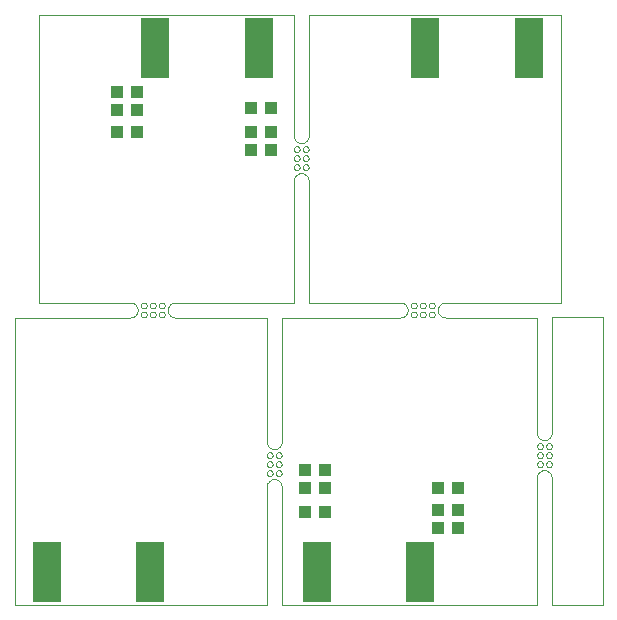
<source format=gbp>
G75*
%MOIN*%
%OFA0B0*%
%FSLAX24Y24*%
%IPPOS*%
%LPD*%
%AMOC8*
5,1,8,0,0,1.08239X$1,22.5*
%
%ADD10C,0.0000*%
%ADD11R,0.0950X0.2000*%
%ADD12R,0.0433X0.0394*%
D10*
X000550Y002350D02*
X000550Y011940D01*
X004400Y011940D01*
X004430Y011942D01*
X004460Y011947D01*
X004489Y011956D01*
X004516Y011969D01*
X004542Y011984D01*
X004566Y012003D01*
X004587Y012024D01*
X004606Y012048D01*
X004621Y012074D01*
X004634Y012101D01*
X004643Y012130D01*
X004648Y012160D01*
X004650Y012190D01*
X004648Y012220D01*
X004643Y012250D01*
X004634Y012279D01*
X004621Y012306D01*
X004606Y012332D01*
X004587Y012356D01*
X004566Y012377D01*
X004542Y012396D01*
X004516Y012411D01*
X004489Y012424D01*
X004460Y012433D01*
X004430Y012438D01*
X004400Y012440D01*
X001350Y012440D01*
X001350Y022035D01*
X009850Y022035D01*
X009850Y018000D01*
X009852Y017970D01*
X009857Y017940D01*
X009866Y017911D01*
X009879Y017884D01*
X009894Y017858D01*
X009913Y017834D01*
X009934Y017813D01*
X009958Y017794D01*
X009984Y017779D01*
X010011Y017766D01*
X010040Y017757D01*
X010070Y017752D01*
X010100Y017750D01*
X010130Y017752D01*
X010160Y017757D01*
X010189Y017766D01*
X010216Y017779D01*
X010242Y017794D01*
X010266Y017813D01*
X010287Y017834D01*
X010306Y017858D01*
X010321Y017884D01*
X010334Y017911D01*
X010343Y017940D01*
X010348Y017970D01*
X010350Y018000D01*
X010350Y022035D01*
X018750Y022035D01*
X018750Y012440D01*
X014910Y012440D01*
X014880Y012438D01*
X014850Y012433D01*
X014821Y012424D01*
X014794Y012411D01*
X014768Y012396D01*
X014744Y012377D01*
X014723Y012356D01*
X014704Y012332D01*
X014689Y012306D01*
X014676Y012279D01*
X014667Y012250D01*
X014662Y012220D01*
X014660Y012190D01*
X014662Y012160D01*
X014667Y012130D01*
X014676Y012101D01*
X014689Y012074D01*
X014704Y012048D01*
X014723Y012024D01*
X014744Y012003D01*
X014768Y011984D01*
X014794Y011969D01*
X014821Y011956D01*
X014850Y011947D01*
X014880Y011942D01*
X014910Y011940D01*
X017950Y011940D01*
X017950Y008100D01*
X017952Y008070D01*
X017957Y008040D01*
X017966Y008011D01*
X017979Y007984D01*
X017994Y007958D01*
X018013Y007934D01*
X018034Y007913D01*
X018058Y007894D01*
X018084Y007879D01*
X018111Y007866D01*
X018140Y007857D01*
X018170Y007852D01*
X018200Y007850D01*
X018230Y007852D01*
X018260Y007857D01*
X018289Y007866D01*
X018316Y007879D01*
X018342Y007894D01*
X018366Y007913D01*
X018387Y007934D01*
X018406Y007958D01*
X018421Y007984D01*
X018434Y008011D01*
X018443Y008040D01*
X018448Y008070D01*
X018450Y008100D01*
X018450Y011950D01*
X020150Y011950D01*
X020150Y002350D01*
X018450Y002350D01*
X018450Y006600D01*
X018262Y007050D02*
X018264Y007069D01*
X018269Y007088D01*
X018279Y007104D01*
X018291Y007119D01*
X018306Y007131D01*
X018322Y007141D01*
X018341Y007146D01*
X018360Y007148D01*
X018379Y007146D01*
X018398Y007141D01*
X018414Y007131D01*
X018429Y007119D01*
X018441Y007104D01*
X018451Y007088D01*
X018456Y007069D01*
X018458Y007050D01*
X018456Y007031D01*
X018451Y007012D01*
X018441Y006996D01*
X018429Y006981D01*
X018414Y006969D01*
X018398Y006959D01*
X018379Y006954D01*
X018360Y006952D01*
X018341Y006954D01*
X018322Y006959D01*
X018306Y006969D01*
X018291Y006981D01*
X018279Y006996D01*
X018269Y007012D01*
X018264Y007031D01*
X018262Y007050D01*
X017962Y007050D02*
X017964Y007069D01*
X017969Y007088D01*
X017979Y007104D01*
X017991Y007119D01*
X018006Y007131D01*
X018022Y007141D01*
X018041Y007146D01*
X018060Y007148D01*
X018079Y007146D01*
X018098Y007141D01*
X018114Y007131D01*
X018129Y007119D01*
X018141Y007104D01*
X018151Y007088D01*
X018156Y007069D01*
X018158Y007050D01*
X018156Y007031D01*
X018151Y007012D01*
X018141Y006996D01*
X018129Y006981D01*
X018114Y006969D01*
X018098Y006959D01*
X018079Y006954D01*
X018060Y006952D01*
X018041Y006954D01*
X018022Y006959D01*
X018006Y006969D01*
X017991Y006981D01*
X017979Y006996D01*
X017969Y007012D01*
X017964Y007031D01*
X017962Y007050D01*
X017950Y006600D02*
X017950Y002350D01*
X009450Y002350D01*
X009450Y006305D01*
X009448Y006335D01*
X009441Y006365D01*
X009432Y006393D01*
X009419Y006421D01*
X009403Y006446D01*
X009384Y006469D01*
X009362Y006490D01*
X009338Y006509D01*
X009312Y006524D01*
X009284Y006535D01*
X009255Y006544D01*
X009225Y006549D01*
X009195Y006550D01*
X009165Y006548D01*
X009135Y006541D01*
X009107Y006532D01*
X009079Y006519D01*
X009054Y006503D01*
X009031Y006484D01*
X009010Y006462D01*
X008991Y006438D01*
X008976Y006412D01*
X008965Y006384D01*
X008956Y006355D01*
X008951Y006325D01*
X008950Y006295D01*
X008950Y002350D01*
X000550Y002350D01*
X005900Y011940D02*
X008950Y011940D01*
X008950Y007800D01*
X008952Y007770D01*
X008957Y007740D01*
X008966Y007711D01*
X008979Y007684D01*
X008994Y007658D01*
X009013Y007634D01*
X009034Y007613D01*
X009058Y007594D01*
X009084Y007579D01*
X009111Y007566D01*
X009140Y007557D01*
X009170Y007552D01*
X009200Y007550D01*
X009230Y007552D01*
X009260Y007557D01*
X009289Y007566D01*
X009316Y007579D01*
X009342Y007594D01*
X009366Y007613D01*
X009387Y007634D01*
X009406Y007658D01*
X009421Y007684D01*
X009434Y007711D01*
X009443Y007740D01*
X009448Y007770D01*
X009450Y007800D01*
X009450Y011940D01*
X013400Y011940D01*
X013430Y011942D01*
X013460Y011947D01*
X013489Y011956D01*
X013516Y011969D01*
X013542Y011984D01*
X013566Y012003D01*
X013587Y012024D01*
X013606Y012048D01*
X013621Y012074D01*
X013634Y012101D01*
X013643Y012130D01*
X013648Y012160D01*
X013650Y012190D01*
X013648Y012220D01*
X013643Y012250D01*
X013634Y012279D01*
X013621Y012306D01*
X013606Y012332D01*
X013587Y012356D01*
X013566Y012377D01*
X013542Y012396D01*
X013516Y012411D01*
X013489Y012424D01*
X013460Y012433D01*
X013430Y012438D01*
X013400Y012440D01*
X010350Y012440D01*
X010350Y016500D01*
X010348Y016530D01*
X010343Y016560D01*
X010334Y016589D01*
X010321Y016616D01*
X010306Y016642D01*
X010287Y016666D01*
X010266Y016687D01*
X010242Y016706D01*
X010216Y016721D01*
X010189Y016734D01*
X010160Y016743D01*
X010130Y016748D01*
X010100Y016750D01*
X010070Y016748D01*
X010040Y016743D01*
X010011Y016734D01*
X009984Y016721D01*
X009958Y016706D01*
X009934Y016687D01*
X009913Y016666D01*
X009894Y016642D01*
X009879Y016616D01*
X009866Y016589D01*
X009857Y016560D01*
X009852Y016530D01*
X009850Y016500D01*
X009850Y012440D01*
X005900Y012440D01*
X005870Y012438D01*
X005840Y012433D01*
X005811Y012424D01*
X005784Y012411D01*
X005758Y012396D01*
X005734Y012377D01*
X005713Y012356D01*
X005694Y012332D01*
X005679Y012306D01*
X005666Y012279D01*
X005657Y012250D01*
X005652Y012220D01*
X005650Y012190D01*
X005652Y012160D01*
X005657Y012130D01*
X005666Y012101D01*
X005679Y012074D01*
X005694Y012048D01*
X005713Y012024D01*
X005734Y012003D01*
X005758Y011984D01*
X005784Y011969D01*
X005811Y011956D01*
X005840Y011947D01*
X005870Y011942D01*
X005900Y011940D01*
X005352Y012040D02*
X005354Y012059D01*
X005359Y012078D01*
X005369Y012094D01*
X005381Y012109D01*
X005396Y012121D01*
X005412Y012131D01*
X005431Y012136D01*
X005450Y012138D01*
X005469Y012136D01*
X005488Y012131D01*
X005504Y012121D01*
X005519Y012109D01*
X005531Y012094D01*
X005541Y012078D01*
X005546Y012059D01*
X005548Y012040D01*
X005546Y012021D01*
X005541Y012002D01*
X005531Y011986D01*
X005519Y011971D01*
X005504Y011959D01*
X005488Y011949D01*
X005469Y011944D01*
X005450Y011942D01*
X005431Y011944D01*
X005412Y011949D01*
X005396Y011959D01*
X005381Y011971D01*
X005369Y011986D01*
X005359Y012002D01*
X005354Y012021D01*
X005352Y012040D01*
X005052Y012040D02*
X005054Y012059D01*
X005059Y012078D01*
X005069Y012094D01*
X005081Y012109D01*
X005096Y012121D01*
X005112Y012131D01*
X005131Y012136D01*
X005150Y012138D01*
X005169Y012136D01*
X005188Y012131D01*
X005204Y012121D01*
X005219Y012109D01*
X005231Y012094D01*
X005241Y012078D01*
X005246Y012059D01*
X005248Y012040D01*
X005246Y012021D01*
X005241Y012002D01*
X005231Y011986D01*
X005219Y011971D01*
X005204Y011959D01*
X005188Y011949D01*
X005169Y011944D01*
X005150Y011942D01*
X005131Y011944D01*
X005112Y011949D01*
X005096Y011959D01*
X005081Y011971D01*
X005069Y011986D01*
X005059Y012002D01*
X005054Y012021D01*
X005052Y012040D01*
X004752Y012040D02*
X004754Y012059D01*
X004759Y012078D01*
X004769Y012094D01*
X004781Y012109D01*
X004796Y012121D01*
X004812Y012131D01*
X004831Y012136D01*
X004850Y012138D01*
X004869Y012136D01*
X004888Y012131D01*
X004904Y012121D01*
X004919Y012109D01*
X004931Y012094D01*
X004941Y012078D01*
X004946Y012059D01*
X004948Y012040D01*
X004946Y012021D01*
X004941Y012002D01*
X004931Y011986D01*
X004919Y011971D01*
X004904Y011959D01*
X004888Y011949D01*
X004869Y011944D01*
X004850Y011942D01*
X004831Y011944D01*
X004812Y011949D01*
X004796Y011959D01*
X004781Y011971D01*
X004769Y011986D01*
X004759Y012002D01*
X004754Y012021D01*
X004752Y012040D01*
X004752Y012340D02*
X004754Y012359D01*
X004759Y012378D01*
X004769Y012394D01*
X004781Y012409D01*
X004796Y012421D01*
X004812Y012431D01*
X004831Y012436D01*
X004850Y012438D01*
X004869Y012436D01*
X004888Y012431D01*
X004904Y012421D01*
X004919Y012409D01*
X004931Y012394D01*
X004941Y012378D01*
X004946Y012359D01*
X004948Y012340D01*
X004946Y012321D01*
X004941Y012302D01*
X004931Y012286D01*
X004919Y012271D01*
X004904Y012259D01*
X004888Y012249D01*
X004869Y012244D01*
X004850Y012242D01*
X004831Y012244D01*
X004812Y012249D01*
X004796Y012259D01*
X004781Y012271D01*
X004769Y012286D01*
X004759Y012302D01*
X004754Y012321D01*
X004752Y012340D01*
X005052Y012340D02*
X005054Y012359D01*
X005059Y012378D01*
X005069Y012394D01*
X005081Y012409D01*
X005096Y012421D01*
X005112Y012431D01*
X005131Y012436D01*
X005150Y012438D01*
X005169Y012436D01*
X005188Y012431D01*
X005204Y012421D01*
X005219Y012409D01*
X005231Y012394D01*
X005241Y012378D01*
X005246Y012359D01*
X005248Y012340D01*
X005246Y012321D01*
X005241Y012302D01*
X005231Y012286D01*
X005219Y012271D01*
X005204Y012259D01*
X005188Y012249D01*
X005169Y012244D01*
X005150Y012242D01*
X005131Y012244D01*
X005112Y012249D01*
X005096Y012259D01*
X005081Y012271D01*
X005069Y012286D01*
X005059Y012302D01*
X005054Y012321D01*
X005052Y012340D01*
X005352Y012340D02*
X005354Y012359D01*
X005359Y012378D01*
X005369Y012394D01*
X005381Y012409D01*
X005396Y012421D01*
X005412Y012431D01*
X005431Y012436D01*
X005450Y012438D01*
X005469Y012436D01*
X005488Y012431D01*
X005504Y012421D01*
X005519Y012409D01*
X005531Y012394D01*
X005541Y012378D01*
X005546Y012359D01*
X005548Y012340D01*
X005546Y012321D01*
X005541Y012302D01*
X005531Y012286D01*
X005519Y012271D01*
X005504Y012259D01*
X005488Y012249D01*
X005469Y012244D01*
X005450Y012242D01*
X005431Y012244D01*
X005412Y012249D01*
X005396Y012259D01*
X005381Y012271D01*
X005369Y012286D01*
X005359Y012302D01*
X005354Y012321D01*
X005352Y012340D01*
X008952Y007350D02*
X008954Y007369D01*
X008959Y007388D01*
X008969Y007404D01*
X008981Y007419D01*
X008996Y007431D01*
X009012Y007441D01*
X009031Y007446D01*
X009050Y007448D01*
X009069Y007446D01*
X009088Y007441D01*
X009104Y007431D01*
X009119Y007419D01*
X009131Y007404D01*
X009141Y007388D01*
X009146Y007369D01*
X009148Y007350D01*
X009146Y007331D01*
X009141Y007312D01*
X009131Y007296D01*
X009119Y007281D01*
X009104Y007269D01*
X009088Y007259D01*
X009069Y007254D01*
X009050Y007252D01*
X009031Y007254D01*
X009012Y007259D01*
X008996Y007269D01*
X008981Y007281D01*
X008969Y007296D01*
X008959Y007312D01*
X008954Y007331D01*
X008952Y007350D01*
X008952Y007050D02*
X008954Y007069D01*
X008959Y007088D01*
X008969Y007104D01*
X008981Y007119D01*
X008996Y007131D01*
X009012Y007141D01*
X009031Y007146D01*
X009050Y007148D01*
X009069Y007146D01*
X009088Y007141D01*
X009104Y007131D01*
X009119Y007119D01*
X009131Y007104D01*
X009141Y007088D01*
X009146Y007069D01*
X009148Y007050D01*
X009146Y007031D01*
X009141Y007012D01*
X009131Y006996D01*
X009119Y006981D01*
X009104Y006969D01*
X009088Y006959D01*
X009069Y006954D01*
X009050Y006952D01*
X009031Y006954D01*
X009012Y006959D01*
X008996Y006969D01*
X008981Y006981D01*
X008969Y006996D01*
X008959Y007012D01*
X008954Y007031D01*
X008952Y007050D01*
X008952Y006750D02*
X008954Y006769D01*
X008959Y006788D01*
X008969Y006804D01*
X008981Y006819D01*
X008996Y006831D01*
X009012Y006841D01*
X009031Y006846D01*
X009050Y006848D01*
X009069Y006846D01*
X009088Y006841D01*
X009104Y006831D01*
X009119Y006819D01*
X009131Y006804D01*
X009141Y006788D01*
X009146Y006769D01*
X009148Y006750D01*
X009146Y006731D01*
X009141Y006712D01*
X009131Y006696D01*
X009119Y006681D01*
X009104Y006669D01*
X009088Y006659D01*
X009069Y006654D01*
X009050Y006652D01*
X009031Y006654D01*
X009012Y006659D01*
X008996Y006669D01*
X008981Y006681D01*
X008969Y006696D01*
X008959Y006712D01*
X008954Y006731D01*
X008952Y006750D01*
X009252Y006750D02*
X009254Y006769D01*
X009259Y006788D01*
X009269Y006804D01*
X009281Y006819D01*
X009296Y006831D01*
X009312Y006841D01*
X009331Y006846D01*
X009350Y006848D01*
X009369Y006846D01*
X009388Y006841D01*
X009404Y006831D01*
X009419Y006819D01*
X009431Y006804D01*
X009441Y006788D01*
X009446Y006769D01*
X009448Y006750D01*
X009446Y006731D01*
X009441Y006712D01*
X009431Y006696D01*
X009419Y006681D01*
X009404Y006669D01*
X009388Y006659D01*
X009369Y006654D01*
X009350Y006652D01*
X009331Y006654D01*
X009312Y006659D01*
X009296Y006669D01*
X009281Y006681D01*
X009269Y006696D01*
X009259Y006712D01*
X009254Y006731D01*
X009252Y006750D01*
X009252Y007050D02*
X009254Y007069D01*
X009259Y007088D01*
X009269Y007104D01*
X009281Y007119D01*
X009296Y007131D01*
X009312Y007141D01*
X009331Y007146D01*
X009350Y007148D01*
X009369Y007146D01*
X009388Y007141D01*
X009404Y007131D01*
X009419Y007119D01*
X009431Y007104D01*
X009441Y007088D01*
X009446Y007069D01*
X009448Y007050D01*
X009446Y007031D01*
X009441Y007012D01*
X009431Y006996D01*
X009419Y006981D01*
X009404Y006969D01*
X009388Y006959D01*
X009369Y006954D01*
X009350Y006952D01*
X009331Y006954D01*
X009312Y006959D01*
X009296Y006969D01*
X009281Y006981D01*
X009269Y006996D01*
X009259Y007012D01*
X009254Y007031D01*
X009252Y007050D01*
X009252Y007350D02*
X009254Y007369D01*
X009259Y007388D01*
X009269Y007404D01*
X009281Y007419D01*
X009296Y007431D01*
X009312Y007441D01*
X009331Y007446D01*
X009350Y007448D01*
X009369Y007446D01*
X009388Y007441D01*
X009404Y007431D01*
X009419Y007419D01*
X009431Y007404D01*
X009441Y007388D01*
X009446Y007369D01*
X009448Y007350D01*
X009446Y007331D01*
X009441Y007312D01*
X009431Y007296D01*
X009419Y007281D01*
X009404Y007269D01*
X009388Y007259D01*
X009369Y007254D01*
X009350Y007252D01*
X009331Y007254D01*
X009312Y007259D01*
X009296Y007269D01*
X009281Y007281D01*
X009269Y007296D01*
X009259Y007312D01*
X009254Y007331D01*
X009252Y007350D01*
X013752Y012040D02*
X013754Y012059D01*
X013759Y012078D01*
X013769Y012094D01*
X013781Y012109D01*
X013796Y012121D01*
X013812Y012131D01*
X013831Y012136D01*
X013850Y012138D01*
X013869Y012136D01*
X013888Y012131D01*
X013904Y012121D01*
X013919Y012109D01*
X013931Y012094D01*
X013941Y012078D01*
X013946Y012059D01*
X013948Y012040D01*
X013946Y012021D01*
X013941Y012002D01*
X013931Y011986D01*
X013919Y011971D01*
X013904Y011959D01*
X013888Y011949D01*
X013869Y011944D01*
X013850Y011942D01*
X013831Y011944D01*
X013812Y011949D01*
X013796Y011959D01*
X013781Y011971D01*
X013769Y011986D01*
X013759Y012002D01*
X013754Y012021D01*
X013752Y012040D01*
X013752Y012340D02*
X013754Y012359D01*
X013759Y012378D01*
X013769Y012394D01*
X013781Y012409D01*
X013796Y012421D01*
X013812Y012431D01*
X013831Y012436D01*
X013850Y012438D01*
X013869Y012436D01*
X013888Y012431D01*
X013904Y012421D01*
X013919Y012409D01*
X013931Y012394D01*
X013941Y012378D01*
X013946Y012359D01*
X013948Y012340D01*
X013946Y012321D01*
X013941Y012302D01*
X013931Y012286D01*
X013919Y012271D01*
X013904Y012259D01*
X013888Y012249D01*
X013869Y012244D01*
X013850Y012242D01*
X013831Y012244D01*
X013812Y012249D01*
X013796Y012259D01*
X013781Y012271D01*
X013769Y012286D01*
X013759Y012302D01*
X013754Y012321D01*
X013752Y012340D01*
X014052Y012340D02*
X014054Y012359D01*
X014059Y012378D01*
X014069Y012394D01*
X014081Y012409D01*
X014096Y012421D01*
X014112Y012431D01*
X014131Y012436D01*
X014150Y012438D01*
X014169Y012436D01*
X014188Y012431D01*
X014204Y012421D01*
X014219Y012409D01*
X014231Y012394D01*
X014241Y012378D01*
X014246Y012359D01*
X014248Y012340D01*
X014246Y012321D01*
X014241Y012302D01*
X014231Y012286D01*
X014219Y012271D01*
X014204Y012259D01*
X014188Y012249D01*
X014169Y012244D01*
X014150Y012242D01*
X014131Y012244D01*
X014112Y012249D01*
X014096Y012259D01*
X014081Y012271D01*
X014069Y012286D01*
X014059Y012302D01*
X014054Y012321D01*
X014052Y012340D01*
X014052Y012040D02*
X014054Y012059D01*
X014059Y012078D01*
X014069Y012094D01*
X014081Y012109D01*
X014096Y012121D01*
X014112Y012131D01*
X014131Y012136D01*
X014150Y012138D01*
X014169Y012136D01*
X014188Y012131D01*
X014204Y012121D01*
X014219Y012109D01*
X014231Y012094D01*
X014241Y012078D01*
X014246Y012059D01*
X014248Y012040D01*
X014246Y012021D01*
X014241Y012002D01*
X014231Y011986D01*
X014219Y011971D01*
X014204Y011959D01*
X014188Y011949D01*
X014169Y011944D01*
X014150Y011942D01*
X014131Y011944D01*
X014112Y011949D01*
X014096Y011959D01*
X014081Y011971D01*
X014069Y011986D01*
X014059Y012002D01*
X014054Y012021D01*
X014052Y012040D01*
X014352Y012040D02*
X014354Y012059D01*
X014359Y012078D01*
X014369Y012094D01*
X014381Y012109D01*
X014396Y012121D01*
X014412Y012131D01*
X014431Y012136D01*
X014450Y012138D01*
X014469Y012136D01*
X014488Y012131D01*
X014504Y012121D01*
X014519Y012109D01*
X014531Y012094D01*
X014541Y012078D01*
X014546Y012059D01*
X014548Y012040D01*
X014546Y012021D01*
X014541Y012002D01*
X014531Y011986D01*
X014519Y011971D01*
X014504Y011959D01*
X014488Y011949D01*
X014469Y011944D01*
X014450Y011942D01*
X014431Y011944D01*
X014412Y011949D01*
X014396Y011959D01*
X014381Y011971D01*
X014369Y011986D01*
X014359Y012002D01*
X014354Y012021D01*
X014352Y012040D01*
X014352Y012340D02*
X014354Y012359D01*
X014359Y012378D01*
X014369Y012394D01*
X014381Y012409D01*
X014396Y012421D01*
X014412Y012431D01*
X014431Y012436D01*
X014450Y012438D01*
X014469Y012436D01*
X014488Y012431D01*
X014504Y012421D01*
X014519Y012409D01*
X014531Y012394D01*
X014541Y012378D01*
X014546Y012359D01*
X014548Y012340D01*
X014546Y012321D01*
X014541Y012302D01*
X014531Y012286D01*
X014519Y012271D01*
X014504Y012259D01*
X014488Y012249D01*
X014469Y012244D01*
X014450Y012242D01*
X014431Y012244D01*
X014412Y012249D01*
X014396Y012259D01*
X014381Y012271D01*
X014369Y012286D01*
X014359Y012302D01*
X014354Y012321D01*
X014352Y012340D01*
X017962Y007650D02*
X017964Y007669D01*
X017969Y007688D01*
X017979Y007704D01*
X017991Y007719D01*
X018006Y007731D01*
X018022Y007741D01*
X018041Y007746D01*
X018060Y007748D01*
X018079Y007746D01*
X018098Y007741D01*
X018114Y007731D01*
X018129Y007719D01*
X018141Y007704D01*
X018151Y007688D01*
X018156Y007669D01*
X018158Y007650D01*
X018156Y007631D01*
X018151Y007612D01*
X018141Y007596D01*
X018129Y007581D01*
X018114Y007569D01*
X018098Y007559D01*
X018079Y007554D01*
X018060Y007552D01*
X018041Y007554D01*
X018022Y007559D01*
X018006Y007569D01*
X017991Y007581D01*
X017979Y007596D01*
X017969Y007612D01*
X017964Y007631D01*
X017962Y007650D01*
X017962Y007350D02*
X017964Y007369D01*
X017969Y007388D01*
X017979Y007404D01*
X017991Y007419D01*
X018006Y007431D01*
X018022Y007441D01*
X018041Y007446D01*
X018060Y007448D01*
X018079Y007446D01*
X018098Y007441D01*
X018114Y007431D01*
X018129Y007419D01*
X018141Y007404D01*
X018151Y007388D01*
X018156Y007369D01*
X018158Y007350D01*
X018156Y007331D01*
X018151Y007312D01*
X018141Y007296D01*
X018129Y007281D01*
X018114Y007269D01*
X018098Y007259D01*
X018079Y007254D01*
X018060Y007252D01*
X018041Y007254D01*
X018022Y007259D01*
X018006Y007269D01*
X017991Y007281D01*
X017979Y007296D01*
X017969Y007312D01*
X017964Y007331D01*
X017962Y007350D01*
X018262Y007350D02*
X018264Y007369D01*
X018269Y007388D01*
X018279Y007404D01*
X018291Y007419D01*
X018306Y007431D01*
X018322Y007441D01*
X018341Y007446D01*
X018360Y007448D01*
X018379Y007446D01*
X018398Y007441D01*
X018414Y007431D01*
X018429Y007419D01*
X018441Y007404D01*
X018451Y007388D01*
X018456Y007369D01*
X018458Y007350D01*
X018456Y007331D01*
X018451Y007312D01*
X018441Y007296D01*
X018429Y007281D01*
X018414Y007269D01*
X018398Y007259D01*
X018379Y007254D01*
X018360Y007252D01*
X018341Y007254D01*
X018322Y007259D01*
X018306Y007269D01*
X018291Y007281D01*
X018279Y007296D01*
X018269Y007312D01*
X018264Y007331D01*
X018262Y007350D01*
X018262Y007650D02*
X018264Y007669D01*
X018269Y007688D01*
X018279Y007704D01*
X018291Y007719D01*
X018306Y007731D01*
X018322Y007741D01*
X018341Y007746D01*
X018360Y007748D01*
X018379Y007746D01*
X018398Y007741D01*
X018414Y007731D01*
X018429Y007719D01*
X018441Y007704D01*
X018451Y007688D01*
X018456Y007669D01*
X018458Y007650D01*
X018456Y007631D01*
X018451Y007612D01*
X018441Y007596D01*
X018429Y007581D01*
X018414Y007569D01*
X018398Y007559D01*
X018379Y007554D01*
X018360Y007552D01*
X018341Y007554D01*
X018322Y007559D01*
X018306Y007569D01*
X018291Y007581D01*
X018279Y007596D01*
X018269Y007612D01*
X018264Y007631D01*
X018262Y007650D01*
X018450Y006600D02*
X018448Y006630D01*
X018443Y006660D01*
X018434Y006689D01*
X018421Y006716D01*
X018406Y006742D01*
X018387Y006766D01*
X018366Y006787D01*
X018342Y006806D01*
X018316Y006821D01*
X018289Y006834D01*
X018260Y006843D01*
X018230Y006848D01*
X018200Y006850D01*
X018170Y006848D01*
X018140Y006843D01*
X018111Y006834D01*
X018084Y006821D01*
X018058Y006806D01*
X018034Y006787D01*
X018013Y006766D01*
X017994Y006742D01*
X017979Y006716D01*
X017966Y006689D01*
X017957Y006660D01*
X017952Y006630D01*
X017950Y006600D01*
X010152Y016950D02*
X010154Y016969D01*
X010159Y016988D01*
X010169Y017004D01*
X010181Y017019D01*
X010196Y017031D01*
X010212Y017041D01*
X010231Y017046D01*
X010250Y017048D01*
X010269Y017046D01*
X010288Y017041D01*
X010304Y017031D01*
X010319Y017019D01*
X010331Y017004D01*
X010341Y016988D01*
X010346Y016969D01*
X010348Y016950D01*
X010346Y016931D01*
X010341Y016912D01*
X010331Y016896D01*
X010319Y016881D01*
X010304Y016869D01*
X010288Y016859D01*
X010269Y016854D01*
X010250Y016852D01*
X010231Y016854D01*
X010212Y016859D01*
X010196Y016869D01*
X010181Y016881D01*
X010169Y016896D01*
X010159Y016912D01*
X010154Y016931D01*
X010152Y016950D01*
X009852Y016950D02*
X009854Y016969D01*
X009859Y016988D01*
X009869Y017004D01*
X009881Y017019D01*
X009896Y017031D01*
X009912Y017041D01*
X009931Y017046D01*
X009950Y017048D01*
X009969Y017046D01*
X009988Y017041D01*
X010004Y017031D01*
X010019Y017019D01*
X010031Y017004D01*
X010041Y016988D01*
X010046Y016969D01*
X010048Y016950D01*
X010046Y016931D01*
X010041Y016912D01*
X010031Y016896D01*
X010019Y016881D01*
X010004Y016869D01*
X009988Y016859D01*
X009969Y016854D01*
X009950Y016852D01*
X009931Y016854D01*
X009912Y016859D01*
X009896Y016869D01*
X009881Y016881D01*
X009869Y016896D01*
X009859Y016912D01*
X009854Y016931D01*
X009852Y016950D01*
X009852Y017250D02*
X009854Y017269D01*
X009859Y017288D01*
X009869Y017304D01*
X009881Y017319D01*
X009896Y017331D01*
X009912Y017341D01*
X009931Y017346D01*
X009950Y017348D01*
X009969Y017346D01*
X009988Y017341D01*
X010004Y017331D01*
X010019Y017319D01*
X010031Y017304D01*
X010041Y017288D01*
X010046Y017269D01*
X010048Y017250D01*
X010046Y017231D01*
X010041Y017212D01*
X010031Y017196D01*
X010019Y017181D01*
X010004Y017169D01*
X009988Y017159D01*
X009969Y017154D01*
X009950Y017152D01*
X009931Y017154D01*
X009912Y017159D01*
X009896Y017169D01*
X009881Y017181D01*
X009869Y017196D01*
X009859Y017212D01*
X009854Y017231D01*
X009852Y017250D01*
X009852Y017550D02*
X009854Y017569D01*
X009859Y017588D01*
X009869Y017604D01*
X009881Y017619D01*
X009896Y017631D01*
X009912Y017641D01*
X009931Y017646D01*
X009950Y017648D01*
X009969Y017646D01*
X009988Y017641D01*
X010004Y017631D01*
X010019Y017619D01*
X010031Y017604D01*
X010041Y017588D01*
X010046Y017569D01*
X010048Y017550D01*
X010046Y017531D01*
X010041Y017512D01*
X010031Y017496D01*
X010019Y017481D01*
X010004Y017469D01*
X009988Y017459D01*
X009969Y017454D01*
X009950Y017452D01*
X009931Y017454D01*
X009912Y017459D01*
X009896Y017469D01*
X009881Y017481D01*
X009869Y017496D01*
X009859Y017512D01*
X009854Y017531D01*
X009852Y017550D01*
X010152Y017550D02*
X010154Y017569D01*
X010159Y017588D01*
X010169Y017604D01*
X010181Y017619D01*
X010196Y017631D01*
X010212Y017641D01*
X010231Y017646D01*
X010250Y017648D01*
X010269Y017646D01*
X010288Y017641D01*
X010304Y017631D01*
X010319Y017619D01*
X010331Y017604D01*
X010341Y017588D01*
X010346Y017569D01*
X010348Y017550D01*
X010346Y017531D01*
X010341Y017512D01*
X010331Y017496D01*
X010319Y017481D01*
X010304Y017469D01*
X010288Y017459D01*
X010269Y017454D01*
X010250Y017452D01*
X010231Y017454D01*
X010212Y017459D01*
X010196Y017469D01*
X010181Y017481D01*
X010169Y017496D01*
X010159Y017512D01*
X010154Y017531D01*
X010152Y017550D01*
X010152Y017250D02*
X010154Y017269D01*
X010159Y017288D01*
X010169Y017304D01*
X010181Y017319D01*
X010196Y017331D01*
X010212Y017341D01*
X010231Y017346D01*
X010250Y017348D01*
X010269Y017346D01*
X010288Y017341D01*
X010304Y017331D01*
X010319Y017319D01*
X010331Y017304D01*
X010341Y017288D01*
X010346Y017269D01*
X010348Y017250D01*
X010346Y017231D01*
X010341Y017212D01*
X010331Y017196D01*
X010319Y017181D01*
X010304Y017169D01*
X010288Y017159D01*
X010269Y017154D01*
X010250Y017152D01*
X010231Y017154D01*
X010212Y017159D01*
X010196Y017169D01*
X010181Y017181D01*
X010169Y017196D01*
X010159Y017212D01*
X010154Y017231D01*
X010152Y017250D01*
D11*
X008679Y020926D03*
X005229Y020926D03*
X014229Y020926D03*
X017679Y020926D03*
X014071Y003454D03*
X010621Y003454D03*
X005071Y003454D03*
X001621Y003454D03*
D12*
X010214Y005450D03*
X010883Y005450D03*
X010883Y006250D03*
X010881Y006851D03*
X010212Y006851D03*
X010214Y006250D03*
X014666Y006243D03*
X015336Y006243D03*
X015336Y005533D03*
X015336Y004933D03*
X014666Y004933D03*
X014666Y005533D03*
X009088Y017529D03*
X009086Y018130D03*
X008417Y018130D03*
X008419Y017529D03*
X008417Y018930D03*
X009086Y018930D03*
X004634Y018847D03*
X004634Y019447D03*
X003964Y019447D03*
X003964Y018847D03*
X003964Y018137D03*
X004634Y018137D03*
M02*

</source>
